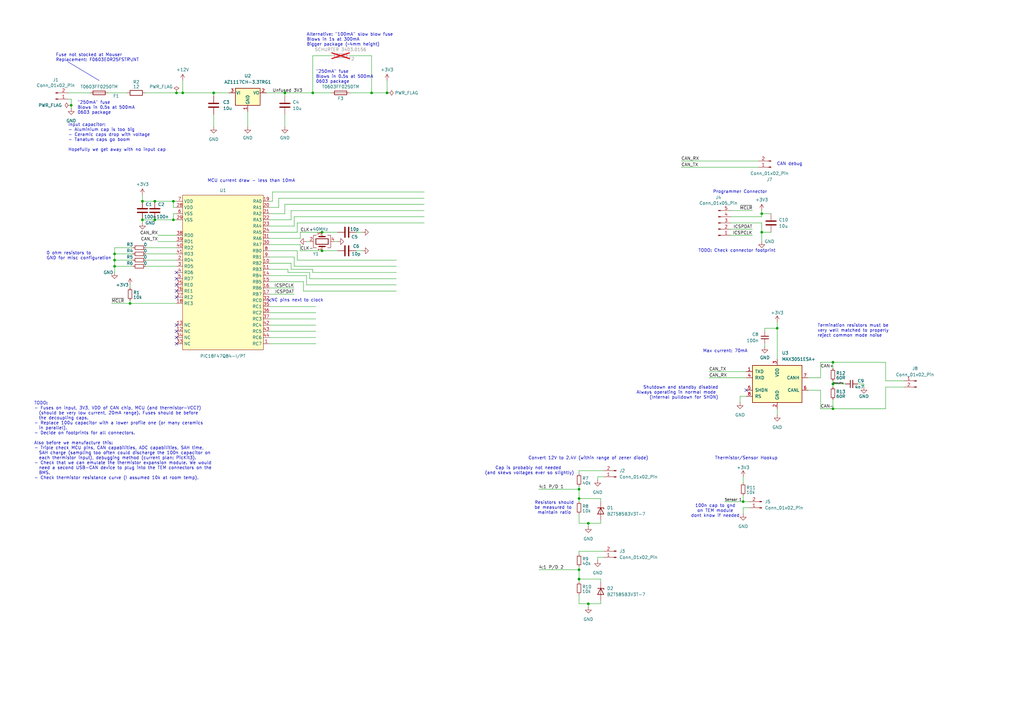
<source format=kicad_sch>
(kicad_sch (version 20231120) (generator "eeschema") (generator_version "8.0")
  (paper "A3")
  (title_block (title "Debug Board") (company "SUFST") (comment 1 "Stag 11") (comment 2 "Ethan Turnbull"))
  (lib_symbols
    (symbol "Connector:Conn_01x02_Pin" (pin_names (offset 1.016) hide)
      (property "Reference" "J" (at 0 2.54 0))
      (property "Value" "Conn_01x02_Pin" (at 0 -5.08 0))
      (symbol "Conn_01x02_Pin_1_1"
        (polyline (pts (xy 1.27 -2.54) (xy 0.8636 -2.54)) (stroke (width 0.1524)))
        (polyline (pts (xy 1.27 0) (xy 0.8636 0)) (stroke (width 0.1524)))
        (rectangle (start 0.8636 -2.413) (end 0 -2.667) (stroke (width 0.1524)) (fill (type outline)))
        (rectangle (start 0.8636 0.127) (end 0 -0.127) (stroke (width 0.1524)) (fill (type outline)))
        (pin passive line (at 5.08 0 180) (length 3.81) (name "Pin_1") (number "1"))
        (pin passive line (at 5.08 -2.54 180) (length 3.81) (name "Pin_2") (number "2"))
      )
    )
    (symbol "Connector:Conn_01x05_Pin" (pin_names (offset 1.016) hide)
      (property "Reference" "J" (at 0 7.62 0))
      (property "Value" "Conn_01x05_Pin" (at 0 -7.62 0))
      (symbol "Conn_01x05_Pin_1_1"
        (polyline (pts (xy 1.27 -5.08) (xy 0.8636 -5.08)) (stroke (width 0.1524)))
        (polyline (pts (xy 1.27 -2.54) (xy 0.8636 -2.54)) (stroke (width 0.1524)))
        (polyline (pts (xy 1.27 0) (xy 0.8636 0)) (stroke (width 0.1524)))
        (polyline (pts (xy 1.27 2.54) (xy 0.8636 2.54)) (stroke (width 0.1524)))
        (polyline (pts (xy 1.27 5.08) (xy 0.8636 5.08)) (stroke (width 0.1524)))
        (rectangle (start 0.8636 -4.953) (end 0 -5.207) (stroke (width 0.1524)) (fill (type outline)))
        (rectangle (start 0.8636 -2.413) (end 0 -2.667) (stroke (width 0.1524)) (fill (type outline)))
        (rectangle (start 0.8636 0.127) (end 0 -0.127) (stroke (width 0.1524)) (fill (type outline)))
        (rectangle (start 0.8636 2.667) (end 0 2.413) (stroke (width 0.1524)) (fill (type outline)))
        (rectangle (start 0.8636 5.207) (end 0 4.953) (stroke (width 0.1524)) (fill (type outline)))
        (pin passive line (at 5.08 5.08 180) (length 3.81) (name "Pin_1") (number "1"))
        (pin passive line (at 5.08 2.54 180) (length 3.81) (name "Pin_2") (number "2"))
        (pin passive line (at 5.08 0 180) (length 3.81) (name "Pin_3") (number "3"))
        (pin passive line (at 5.08 -2.54 180) (length 3.81) (name "Pin_4") (number "4"))
        (pin passive line (at 5.08 -5.08 180) (length 3.81) (name "Pin_5") (number "5"))
      )
    )
    (symbol "Device:C" (pin_numbers hide) (pin_names (offset 0.254))
      (property "Reference" "C" (at 0.635 2.54 0))
      (property "Value" "C" (at 0.635 -2.54 0))
      (symbol "C_0_1"
        (polyline (pts (xy -2.032 -0.762) (xy 2.032 -0.762)) (stroke (width 0.508)))
        (polyline (pts (xy -2.032 0.762) (xy 2.032 0.762)) (stroke (width 0.508)))
      )
      (symbol "C_1_1"
        (pin passive line (at 0 3.81 270) (length 2.794) (name "~") (number "1"))
        (pin passive line (at 0 -3.81 90) (length 2.794) (name "~") (number "2"))
      )
    )
    (symbol "Device:C_Small" (pin_numbers hide) (pin_names (offset 0.254) hide)
      (property "Reference" "C" (at 0.254 1.778 0))
      (property "Value" "C_Small" (at 0.254 -2.032 0))
      (symbol "C_Small_0_1"
        (polyline (pts (xy -1.524 -0.508) (xy 1.524 -0.508)) (stroke (width 0.3302)))
        (polyline (pts (xy -1.524 0.508) (xy 1.524 0.508)) (stroke (width 0.3048)))
      )
      (symbol "C_Small_1_1"
        (pin passive line (at 0 2.54 270) (length 2.032) (name "~") (number "1"))
        (pin passive line (at 0 -2.54 90) (length 2.032) (name "~") (number "2"))
      )
    )
    (symbol "Device:Crystal_GND24" (pin_names (offset 1.016) hide)
      (property "Reference" "Y" (at 3.175 5.08 0))
      (property "Value" "Crystal_GND24" (at 3.175 3.175 0))
      (symbol "Crystal_GND24_0_1"
        (rectangle (start -1.143 2.54) (end 1.143 -2.54) (stroke (width 0.3048)))
        (polyline (pts (xy -2.54 0) (xy -2.032 0)))
        (polyline (pts (xy -2.032 -1.27) (xy -2.032 1.27)) (stroke (width 0.508)))
        (polyline (pts (xy 0 -3.81) (xy 0 -3.556)))
        (polyline (pts (xy 0 3.556) (xy 0 3.81)))
        (polyline (pts (xy 2.032 -1.27) (xy 2.032 1.27)) (stroke (width 0.508)))
        (polyline (pts (xy 2.032 0) (xy 2.54 0)))
        (polyline (pts (xy -2.54 -2.286) (xy -2.54 -3.556) (xy 2.54 -3.556) (xy 2.54 -2.286)))
        (polyline (pts (xy -2.54 2.286) (xy -2.54 3.556) (xy 2.54 3.556) (xy 2.54 2.286)))
      )
      (symbol "Crystal_GND24_1_1"
        (pin passive line (at -3.81 0 0) (length 1.27) (name "1") (number "1"))
        (pin passive line (at 0 5.08 270) (length 1.27) (name "2") (number "2"))
        (pin passive line (at 3.81 0 180) (length 1.27) (name "3") (number "3"))
        (pin passive line (at 0 -5.08 90) (length 1.27) (name "4") (number "4"))
      )
    )
    (symbol "Device:D_Zener" (pin_numbers hide) (pin_names (offset 1.016) hide)
      (property "Reference" "D" (at 0 2.54 0))
      (property "Value" "D_Zener" (at 0 -2.54 0))
      (symbol "D_Zener_0_1"
        (polyline (pts (xy 1.27 0) (xy -1.27 0)))
        (polyline (pts (xy -1.27 -1.27) (xy -1.27 1.27) (xy -0.762 1.27)) (stroke (width 0.254)))
        (polyline (pts (xy 1.27 -1.27) (xy 1.27 1.27) (xy -1.27 0) (xy 1.27 -1.27)) (stroke (width 0.254)))
      )
      (symbol "D_Zener_1_1"
        (pin passive line (at -3.81 0 0) (length 2.54) (name "K") (number "1"))
        (pin passive line (at 3.81 0 180) (length 2.54) (name "A") (number "2"))
      )
    )
    (symbol "Device:Fuse" (pin_numbers hide) (pin_names (offset 0))
      (property "Reference" "F" (at 2.032 0 90))
      (property "Value" "Fuse" (at -1.905 0 90))
      (symbol "Fuse_0_1"
        (rectangle (start -0.762 -2.54) (end 0.762 2.54) (stroke (width 0.254)))
        (polyline (pts (xy 0 2.54) (xy 0 -2.54)))
      )
      (symbol "Fuse_1_1"
        (pin passive line (at 0 3.81 270) (length 1.27) (name "~") (number "1"))
        (pin passive line (at 0 -3.81 90) (length 1.27) (name "~") (number "2"))
      )
    )
    (symbol "Device:R" (pin_numbers hide) (pin_names (offset 0))
      (property "Reference" "R" (at 2.032 0 90))
      (property "Value" "R" (at 0 0 90))
      (symbol "R_0_1"
        (rectangle (start -1.016 -2.54) (end 1.016 2.54) (stroke (width 0.254)))
      )
      (symbol "R_1_1"
        (pin passive line (at 0 3.81 270) (length 1.27) (name "~") (number "1"))
        (pin passive line (at 0 -3.81 90) (length 1.27) (name "~") (number "2"))
      )
    )
    (symbol "Device:R_Small" (pin_numbers hide) (pin_names (offset 0.254) hide)
      (property "Reference" "R" (at 0.762 0.508 0))
      (property "Value" "R_Small" (at 0.762 -1.016 0))
      (symbol "R_Small_0_1"
        (rectangle (start -0.762 1.778) (end 0.762 -1.778) (stroke (width 0.2032)))
      )
      (symbol "R_Small_1_1"
        (pin passive line (at 0 2.54 270) (length 0.762) (name "~") (number "1"))
        (pin passive line (at 0 -2.54 90) (length 0.762) (name "~") (number "2"))
      )
    )
    (symbol "GND_1" (power) (pin_numbers hide) (pin_names (offset 0) hide)
      (property "Value" "GND" (at 0 -3.81 0))
      (symbol "GND_1_0_1"
        (polyline (pts (xy 0 0) (xy 0 -1.27) (xy 1.27 -1.27) (xy 0 -2.54) (xy -1.27 -1.27) (xy 0 -1.27)))
      )
      (symbol "GND_1_1_1"
        (pin power_in line (at 0 0 270) (length 0) (name "~") (number "1"))
      )
    )
    (symbol "GND_2" (power) (pin_numbers hide) (pin_names (offset 0) hide)
      (property "Value" "GND" (at 0 -3.81 0))
      (symbol "GND_2_0_1"
        (polyline (pts (xy 0 0) (xy 0 -1.27) (xy 1.27 -1.27) (xy 0 -2.54) (xy -1.27 -1.27) (xy 0 -1.27)))
      )
      (symbol "GND_2_1_1"
        (pin power_in line (at 0 0 270) (length 0) (name "~") (number "1"))
      )
    )
    (symbol "GND_3" (power) (pin_numbers hide) (pin_names (offset 0) hide)
      (property "Value" "GND" (at 0 -3.81 0))
      (symbol "GND_3_0_1"
        (polyline (pts (xy 0 0) (xy 0 -1.27) (xy 1.27 -1.27) (xy 0 -2.54) (xy -1.27 -1.27) (xy 0 -1.27)))
      )
      (symbol "GND_3_1_1"
        (pin power_in line (at 0 0 270) (length 0) (name "~") (number "1"))
      )
    )
    (symbol "Interface_UART:MAX3051" (pin_names (offset 1.016))
      (property "Reference" "U" (at -10.16 8.89 0))
      (property "Value" "MAX3051" (at 2.54 8.89 0))
      (symbol "MAX3051_0_1"
        (rectangle (start -10.16 7.62) (end 10.16 -7.62) (stroke (width 0.254)) (fill (type background)))
      )
      (symbol "MAX3051_1_1"
        (pin input line (at -12.7 5.08 0) (length 2.54) (name "TXD") (number "1"))
        (pin power_in line (at 0 -10.16 90) (length 2.54) (name "GND") (number "2"))
        (pin power_in line (at 0 10.16 270) (length 2.54) (name "VDD") (number "3"))
        (pin output line (at -12.7 2.54 0) (length 2.54) (name "RXD") (number "4"))
        (pin input line (at -12.7 -2.54 0) (length 2.54) (name "SHDN") (number "5"))
        (pin bidirectional line (at 12.7 -2.54 180) (length 2.54) (name "CANL") (number "6"))
        (pin bidirectional line (at 12.7 2.54 180) (length 2.54) (name "CANH") (number "7"))
        (pin input line (at -12.7 -5.08 0) (length 2.54) (name "RS") (number "8"))
      )
    )
    (symbol "Regulator_Linear:AZ1117-3.3" (pin_names (offset 0.254))
      (property "Reference" "U" (at -3.81 3.175 0))
      (property "Value" "AZ1117-3.3" (at 0 3.175 0))
      (symbol "AZ1117-3.3_0_1"
        (rectangle (start -5.08 1.905) (end 5.08 -5.08) (stroke (width 0.254)) (fill (type background)))
      )
      (symbol "AZ1117-3.3_1_1"
        (pin power_in line (at 0 -7.62 90) (length 2.54) (name "GND") (number "1"))
        (pin power_out line (at 7.62 0 180) (length 2.54) (name "VO") (number "2"))
        (pin power_in line (at -7.62 0 0) (length 2.54) (name "VI") (number "3"))
      )
    )
    (symbol "SUFST:PIC18F47Q84-I/PT"
      (property "Reference" "U" (at -19.05 26.67 0))
      (symbol "PIC18F47Q84-I/PT_0_0"
        (pin bidirectional line (at -19.05 -29.21 0) (length 2.54) (name "RC7") (number "1"))
        (pin bidirectional line (at -19.05 3.81 0) (length 2.54) (name "RB2") (number "10"))
        (pin bidirectional line (at -19.05 1.27 0) (length 2.54) (name "RB3") (number "11"))
        (pin passive line (at 19.05 -24.13 180) (length 2.54) (name "NC") (number "12"))
        (pin passive line (at 19.05 -21.59 180) (length 2.54) (name "NC") (number "13"))
        (pin bidirectional line (at -19.05 -1.27 0) (length 2.54) (name "RB4") (number "14"))
        (pin bidirectional line (at -19.05 -3.81 0) (length 2.54) (name "RB5") (number "15"))
        (pin bidirectional line (at -19.05 -6.35 0) (length 2.54) (name "RB6") (number "16"))
        (pin bidirectional line (at -19.05 -8.89 0) (length 2.54) (name "RB7") (number "17"))
        (pin bidirectional line (at 19.05 -12.7 180) (length 2.54) (name "RE3") (number "18"))
        (pin bidirectional line (at -19.05 29.21 0) (length 2.54) (name "RA0") (number "19"))
        (pin bidirectional line (at 19.05 5.08 180) (length 2.54) (name "RD4") (number "2"))
        (pin bidirectional line (at -19.05 26.67 0) (length 2.54) (name "RA1") (number "20"))
        (pin bidirectional line (at -19.05 24.13 0) (length 2.54) (name "RA2") (number "21"))
        (pin bidirectional line (at -19.05 21.59 0) (length 2.54) (name "RA3") (number "22"))
        (pin bidirectional line (at -19.05 19.05 0) (length 2.54) (name "RA4") (number "23"))
        (pin bidirectional line (at -19.05 16.51 0) (length 2.54) (name "RA5") (number "24"))
        (pin bidirectional line (at 19.05 -5.08 180) (length 2.54) (name "RE0") (number "25"))
        (pin bidirectional line (at 19.05 -7.62 180) (length 2.54) (name "RE1") (number "26"))
        (pin bidirectional line (at 19.05 -10.16 180) (length 2.54) (name "RE2") (number "27"))
        (pin power_in line (at 19.05 26.67 180) (length 2.54) (name "VDD") (number "28"))
        (pin power_in line (at 19.05 21.59 180) (length 2.54) (name "VSS") (number "29"))
        (pin bidirectional line (at 19.05 2.54 180) (length 2.54) (name "RD5") (number "3"))
        (pin bidirectional line (at -19.05 11.43 0) (length 2.54) (name "RA7") (number "30"))
        (pin bidirectional line (at -19.05 13.97 0) (length 2.54) (name "RA6") (number "31"))
        (pin bidirectional line (at -19.05 -11.43 0) (length 2.54) (name "RC0") (number "32"))
        (pin passive line (at 19.05 -29.21 180) (length 2.54) (name "NC") (number "33"))
        (pin passive line (at 19.05 -26.67 180) (length 2.54) (name "NC") (number "34"))
        (pin bidirectional line (at -19.05 -13.97 0) (length 2.54) (name "RC1") (number "35"))
        (pin bidirectional line (at -19.05 -16.51 0) (length 2.54) (name "RC2") (number "36"))
        (pin bidirectional line (at -19.05 -19.05 0) (length 2.54) (name "RC3") (number "37"))
        (pin bidirectional line (at 19.05 15.24 180) (length 2.54) (name "RD0") (number "38"))
        (pin bidirectional line (at 19.05 12.7 180) (length 2.54) (name "RD1") (number "39"))
        (pin bidirectional line (at 19.05 0 180) (length 2.54) (name "RD6") (number "4"))
        (pin bidirectional line (at 19.05 10.16 180) (length 2.54) (name "RD2") (number "40"))
        (pin bidirectional line (at 19.05 7.62 180) (length 2.54) (name "RD3") (number "41"))
        (pin bidirectional line (at -19.05 -21.59 0) (length 2.54) (name "RC4") (number "42"))
        (pin bidirectional line (at -19.05 -24.13 0) (length 2.54) (name "RC5") (number "43"))
        (pin bidirectional line (at -19.05 -26.67 0) (length 2.54) (name "RC6") (number "44"))
        (pin bidirectional line (at 19.05 -2.54 180) (length 2.54) (name "RD7") (number "5"))
        (pin power_in line (at 19.05 24.13 180) (length 2.54) (name "VSS") (number "6"))
        (pin power_in line (at 19.05 29.21 180) (length 2.54) (name "VDD") (number "7"))
        (pin bidirectional line (at -19.05 8.89 0) (length 2.54) (name "RB0") (number "8"))
        (pin bidirectional line (at -19.05 6.35 0) (length 2.54) (name "RB1") (number "9"))
      )
      (symbol "PIC18F47Q84-I/PT_1_1"
        (rectangle (start -16.51 31.75) (end 16.51 -31.75) (fill (type background)))
      )
    )
    (symbol "power:+12V" (power) (pin_names (offset 0))
      (property "Value" "+12V" (at 0 3.556 0))
      (symbol "+12V_0_1"
        (polyline (pts (xy -0.762 1.27) (xy 0 2.54)))
        (polyline (pts (xy 0 0) (xy 0 2.54)))
        (polyline (pts (xy 0 2.54) (xy 0.762 1.27)))
      )
      (symbol "+12V_1_1"
        (pin power_in line (at 0 0 90) (length 0) hide (name "+12V") (number "1"))
      )
    )
    (symbol "power:+3V3" (power) (pin_names (offset 0))
      (property "Value" "+3V3" (at 0 3.556 0))
      (symbol "+3V3_0_1"
        (polyline (pts (xy -0.762 1.27) (xy 0 2.54)))
        (polyline (pts (xy 0 0) (xy 0 2.54)))
        (polyline (pts (xy 0 2.54) (xy 0.762 1.27)))
      )
      (symbol "+3V3_1_1"
        (pin power_in line (at 0 0 90) (length 0) hide (name "+3V3") (number "1"))
      )
    )
    (symbol "power:GND" (power) (pin_names (offset 0))
      (property "Value" "GND" (at 0 -3.81 0))
      (symbol "GND_0_1"
        (polyline (pts (xy 0 0) (xy 0 -1.27) (xy 1.27 -1.27) (xy 0 -2.54) (xy -1.27 -1.27) (xy 0 -1.27)))
      )
      (symbol "GND_1_1"
        (pin power_in line (at 0 0 270) (length 0) hide (name "GND") (number "1"))
      )
    )
    (symbol "power:PWR_FLAG" (power) (pin_numbers hide) (pin_names (offset 0) hide)
      (property "Value" "PWR_FLAG" (at 0 3.81 0))
      (symbol "PWR_FLAG_0_0"
        (pin power_out line (at 0 0 90) (length 0) (name "pwr") (number "1"))
      )
      (symbol "PWR_FLAG_0_1"
        (polyline (pts (xy 0 0) (xy 0 1.27) (xy -1.016 1.905) (xy 0 2.54) (xy 1.016 1.905) (xy 0 1.27)))
      )
    )
  )
  (junction (at 341.63 148.59))
  (junction (at 304.8 205.74))
  (junction (at 116.84 38.1))
  (junction (at 237.49 200.66))
  (junction (at 312.42 87.63))
  (junction (at 237.49 237.49))
  (junction (at 158.75 38.1))
  (junction (at 318.77 134.62))
  (junction (at 53.34 124.46))
  (junction (at 132.08 102.87))
  (junction (at 58.42 90.17))
  (junction (at 63.5 82.55))
  (junction (at 241.3 214.63))
  (junction (at 237.49 204.47))
  (junction (at 46.99 109.22))
  (junction (at 241.3 247.65))
  (junction (at 341.63 167.64))
  (junction (at 237.49 233.68))
  (junction (at 71.12 90.17))
  (junction (at 71.12 82.55))
  (junction (at 46.99 106.68))
  (junction (at 72.39 38.1))
  (junction (at 152.4 38.1))
  (junction (at 74.93 38.1))
  (junction (at 312.42 95.25))
  (junction (at 46.99 104.14))
  (junction (at 341.63 157.48))
  (junction (at 132.08 95.25))
  (junction (at 128.27 38.1))
  (junction (at 58.42 82.55))
  (junction (at 63.5 90.17))
  (junction (at 87.63 38.1))
  (junction (at 29.21 43.18))
  (no_connect (at 306.07 160.02))
  (no_connect (at 72.39 119.38))
  (no_connect (at 72.39 135.89))
  (no_connect (at 72.39 121.92))
  (no_connect (at 72.39 116.84))
  (no_connect (at 72.39 114.3))
  (no_connect (at 72.39 111.76))
  (no_connect (at 72.39 138.43))
  (no_connect (at 72.39 140.97))
  (no_connect (at 110.49 123.19))
  (no_connect (at 72.39 133.35))
  (wire (pts (xy 116.84 83.82) (xy 173.99 83.82)))
  (wire (pts (xy 313.69 134.62) (xy 318.77 134.62)))
  (wire (pts (xy 110.49 102.87) (xy 121.92 102.87)))
  (wire (pts (xy 110.49 128.27) (xy 129.54 128.27)))
  (wire (pts (xy 71.12 87.63) (xy 71.12 90.17)))
  (wire (pts (xy 241.3 214.63) (xy 241.3 215.9)))
  (wire (pts (xy 237.49 226.06) (xy 247.65 226.06)))
  (wire (pts (xy 119.38 110.49) (xy 128.27 110.49)))
  (wire (pts (xy 29.21 44.45) (xy 29.21 43.18)))
  (wire (pts (xy 53.34 123.19) (xy 53.34 124.46)))
  (wire (pts (xy 124.46 119.38) (xy 124.46 115.57)))
  (wire (pts (xy 237.49 204.47) (xy 246.38 204.47)))
  (wire (pts (xy 303.53 162.56) (xy 306.07 162.56)))
  (wire (pts (xy 123.19 95.25) (xy 132.08 95.25)))
  (wire (pts (xy 220.98 200.66) (xy 237.49 200.66)))
  (wire (pts (xy 237.49 214.63) (xy 237.49 210.82)))
  (wire (pts (xy 59.69 101.6) (xy 72.39 101.6)))
  (wire (pts (xy 312.42 86.36) (xy 312.42 87.63)))
  (wire (pts (xy 59.69 38.1) (xy 72.39 38.1)))
  (wire (pts (xy 54.61 101.6) (xy 46.99 101.6)))
  (wire (pts (xy 59.69 106.68) (xy 72.39 106.68)))
  (wire (pts (xy 71.12 85.09) (xy 71.12 82.55)))
  (wire (pts (xy 72.39 85.09) (xy 71.12 85.09)))
  (wire (pts (xy 127 111.76) (xy 127 114.3)))
  (wire (pts (xy 119.38 107.95) (xy 110.49 107.95)))
  (wire (pts (xy 54.61 109.22) (xy 46.99 109.22)))
  (wire (pts (xy 110.49 92.71) (xy 120.65 92.71)))
  (wire (pts (xy 121.92 106.68) (xy 162.56 106.68)))
  (wire (pts (xy 336.55 148.59) (xy 336.55 154.94)))
  (wire (pts (xy 46.99 109.22) (xy 46.99 111.76)))
  (wire (pts (xy 114.3 81.28) (xy 114.3 85.09)))
  (wire (pts (xy 137.16 99.06) (xy 138.43 99.06)))
  (wire (pts (xy 148.59 95.25) (xy 146.05 95.25)))
  (wire (pts (xy 307.34 208.28) (xy 304.8 208.28)))
  (wire (pts (xy 312.42 95.25) (xy 316.23 95.25)))
  (wire (pts (xy 132.08 102.87) (xy 138.43 102.87)))
  (wire (pts (xy 237.49 204.47) (xy 237.49 205.74)))
  (wire (pts (xy 72.39 38.1) (xy 74.93 38.1)))
  (wire (pts (xy 27.94 38.1) (xy 36.83 38.1)))
  (wire (pts (xy 237.49 193.04) (xy 247.65 193.04)))
  (wire (pts (xy 121.92 102.87) (xy 121.92 106.68)))
  (wire (pts (xy 63.5 90.17) (xy 71.12 90.17)))
  (wire (pts (xy 71.12 90.17) (xy 72.39 90.17)))
  (wire (pts (xy 341.63 167.64) (xy 363.22 167.64)))
  (wire (pts (xy 110.49 125.73) (xy 129.54 125.73)))
  (wire (pts (xy 341.63 156.21) (xy 341.63 157.48)))
  (wire (pts (xy 297.18 205.74) (xy 304.8 205.74)))
  (wire (pts (xy 110.49 97.79) (xy 123.19 97.79)))
  (polyline (pts (xy 40.64 33.02) (xy 27.94 25.4)))
  (wire (pts (xy 87.63 38.1) (xy 93.98 38.1)))
  (wire (pts (xy 299.72 93.98) (xy 308.61 93.98)))
  (wire (pts (xy 363.22 167.64) (xy 363.22 158.75)))
  (wire (pts (xy 241.3 247.65) (xy 241.3 248.92)))
  (wire (pts (xy 116.84 87.63) (xy 110.49 87.63)))
  (wire (pts (xy 124.46 119.38) (xy 162.56 119.38)))
  (wire (pts (xy 114.3 81.28) (xy 173.99 81.28)))
  (wire (pts (xy 58.42 90.17) (xy 63.5 90.17)))
  (wire (pts (xy 341.63 151.13) (xy 341.63 148.59)))
  (wire (pts (xy 111.76 78.74) (xy 173.99 78.74)))
  (wire (pts (xy 237.49 193.04) (xy 237.49 194.31)))
  (wire (pts (xy 312.42 87.63) (xy 316.23 87.63)))
  (wire (pts (xy 29.21 43.18) (xy 29.21 40.64)))
  (wire (pts (xy 143.51 38.1) (xy 152.4 38.1)))
  (wire (pts (xy 120.65 118.11) (xy 110.49 118.11)))
  (wire (pts (xy 120.65 92.71) (xy 120.65 88.9)))
  (wire (pts (xy 336.55 167.64) (xy 341.63 167.64)))
  (wire (pts (xy 312.42 95.25) (xy 312.42 99.06)))
  (wire (pts (xy 64.77 96.52) (xy 72.39 96.52)))
  (wire (pts (xy 110.49 100.33) (xy 123.19 100.33)))
  (wire (pts (xy 125.73 113.03) (xy 110.49 113.03)))
  (wire (pts (xy 87.63 38.1) (xy 87.63 39.37)))
  (wire (pts (xy 114.3 85.09) (xy 110.49 85.09)))
  (wire (pts (xy 299.72 88.9) (xy 312.42 88.9)))
  (wire (pts (xy 59.69 104.14) (xy 72.39 104.14)))
  (wire (pts (xy 110.49 130.81) (xy 129.54 130.81)))
  (wire (pts (xy 313.69 135.89) (xy 313.69 134.62)))
  (wire (pts (xy 110.49 135.89) (xy 129.54 135.89)))
  (wire (pts (xy 128.27 22.86) (xy 135.89 22.86)))
  (wire (pts (xy 304.8 203.2) (xy 304.8 205.74)))
  (wire (pts (xy 128.27 38.1) (xy 128.27 22.86)))
  (wire (pts (xy 46.99 104.14) (xy 54.61 104.14)))
  (wire (pts (xy 119.38 110.49) (xy 119.38 107.95)))
  (wire (pts (xy 74.93 38.1) (xy 87.63 38.1)))
  (wire (pts (xy 116.84 38.1) (xy 116.84 39.37)))
  (wire (pts (xy 120.65 105.41) (xy 110.49 105.41)))
  (wire (pts (xy 304.8 195.58) (xy 304.8 198.12)))
  (wire (pts (xy 71.12 82.55) (xy 72.39 82.55)))
  (wire (pts (xy 331.47 160.02) (xy 336.55 160.02)))
  (wire (pts (xy 162.56 109.22) (xy 120.65 109.22)))
  (wire (pts (xy 299.72 86.36) (xy 308.61 86.36)))
  (wire (pts (xy 58.42 80.01) (xy 58.42 82.55)))
  (wire (pts (xy 299.72 96.52) (xy 308.61 96.52)))
  (wire (pts (xy 46.99 106.68) (xy 54.61 106.68)))
  (wire (pts (xy 241.3 247.65) (xy 246.38 247.65)))
  (wire (pts (xy 313.69 140.97) (xy 313.69 142.24)))
  (wire (pts (xy 58.42 82.55) (xy 63.5 82.55)))
  (wire (pts (xy 110.49 138.43) (xy 129.54 138.43)))
  (wire (pts (xy 241.3 214.63) (xy 246.38 214.63)))
  (wire (pts (xy 128.27 111.76) (xy 162.56 111.76)))
  (wire (pts (xy 143.51 22.86) (xy 152.4 22.86)))
  (wire (pts (xy 363.22 148.59) (xy 363.22 156.21)))
  (wire (pts (xy 304.8 208.28) (xy 304.8 210.82)))
  (wire (pts (xy 354.33 157.48) (xy 354.33 158.75)))
  (wire (pts (xy 341.63 148.59) (xy 363.22 148.59)))
  (wire (pts (xy 363.22 156.21) (xy 370.84 156.21)))
  (wire (pts (xy 237.49 232.41) (xy 237.49 233.68)))
  (wire (pts (xy 237.49 247.65) (xy 241.3 247.65)))
  (wire (pts (xy 220.98 233.68) (xy 237.49 233.68)))
  (wire (pts (xy 152.4 38.1) (xy 158.75 38.1)))
  (wire (pts (xy 246.38 247.65) (xy 246.38 246.38)))
  (wire (pts (xy 124.46 115.57) (xy 110.49 115.57)))
  (wire (pts (xy 245.11 229.87) (xy 245.11 228.6)))
  (wire (pts (xy 63.5 82.55) (xy 71.12 82.55)))
  (wire (pts (xy 123.19 95.25) (xy 123.19 97.79)))
  (wire (pts (xy 318.77 167.64) (xy 318.77 170.18)))
  (wire (pts (xy 341.63 157.48) (xy 341.63 158.75)))
  (wire (pts (xy 237.49 199.39) (xy 237.49 200.66)))
  (wire (pts (xy 111.76 82.55) (xy 110.49 82.55)))
  (wire (pts (xy 245.11 228.6) (xy 247.65 228.6)))
  (wire (pts (xy 351.79 157.48) (xy 354.33 157.48)))
  (wire (pts (xy 44.45 38.1) (xy 52.07 38.1)))
  (wire (pts (xy 72.39 87.63) (xy 71.12 87.63)))
  (wire (pts (xy 336.55 160.02) (xy 336.55 167.64)))
  (wire (pts (xy 128.27 38.1) (xy 135.89 38.1)))
  (wire (pts (xy 312.42 91.44) (xy 312.42 95.25)))
  (wire (pts (xy 128.27 110.49) (xy 128.27 111.76)))
  (wire (pts (xy 363.22 158.75) (xy 370.84 158.75)))
  (wire (pts (xy 148.59 102.87) (xy 146.05 102.87)))
  (wire (pts (xy 279.4 66.04) (xy 311.15 66.04)))
  (wire (pts (xy 341.63 157.48) (xy 346.71 157.48)))
  (wire (pts (xy 290.83 152.4) (xy 306.07 152.4)))
  (wire (pts (xy 312.42 87.63) (xy 312.42 88.9)))
  (wire (pts (xy 123.19 102.87) (xy 132.08 102.87)))
  (wire (pts (xy 118.11 111.76) (xy 127 111.76)))
  (wire (pts (xy 120.65 88.9) (xy 173.99 88.9)))
  (wire (pts (xy 53.34 116.84) (xy 53.34 118.11)))
  (wire (pts (xy 121.92 95.25) (xy 121.92 91.44)))
  (wire (pts (xy 111.76 78.74) (xy 111.76 82.55)))
  (wire (pts (xy 101.6 45.72) (xy 101.6 52.07)))
  (wire (pts (xy 116.84 83.82) (xy 116.84 87.63)))
  (wire (pts (xy 299.72 91.44) (xy 312.42 91.44)))
  (wire (pts (xy 110.49 90.17) (xy 119.38 90.17)))
  (wire (pts (xy 341.63 163.83) (xy 341.63 167.64)))
  (wire (pts (xy 125.73 116.84) (xy 125.73 113.03)))
  (wire (pts (xy 237.49 237.49) (xy 237.49 238.76)))
  (wire (pts (xy 120.65 109.22) (xy 120.65 105.41)))
  (wire (pts (xy 110.49 133.35) (xy 129.54 133.35)))
  (wire (pts (xy 158.75 33.02) (xy 158.75 38.1)))
  (wire (pts (xy 45.72 124.46) (xy 53.34 124.46)))
  (wire (pts (xy 87.63 46.99) (xy 87.63 52.07)))
  (wire (pts (xy 290.83 154.94) (xy 306.07 154.94)))
  (wire (pts (xy 127 114.3) (xy 162.56 114.3)))
  (wire (pts (xy 110.49 110.49) (xy 118.11 110.49)))
  (wire (pts (xy 246.38 214.63) (xy 246.38 213.36)))
  (wire (pts (xy 303.53 165.1) (xy 303.53 162.56)))
  (wire (pts (xy 53.34 124.46) (xy 72.39 124.46)))
  (wire (pts (xy 110.49 95.25) (xy 121.92 95.25)))
  (wire (pts (xy 245.11 195.58) (xy 247.65 195.58)))
  (wire (pts (xy 116.84 38.1) (xy 128.27 38.1)))
  (wire (pts (xy 246.38 204.47) (xy 246.38 205.74)))
  (wire (pts (xy 237.49 226.06) (xy 237.49 227.33)))
  (wire (pts (xy 237.49 233.68) (xy 237.49 237.49)))
  (wire (pts (xy 74.93 33.02) (xy 74.93 38.1)))
  (wire (pts (xy 331.47 154.94) (xy 336.55 154.94)))
  (wire (pts (xy 237.49 214.63) (xy 241.3 214.63)))
  (wire (pts (xy 116.84 46.99) (xy 116.84 52.07)))
  (wire (pts (xy 237.49 200.66) (xy 237.49 204.47)))
  (wire (pts (xy 119.38 90.17) (xy 119.38 86.36)))
  (wire (pts (xy 46.99 101.6) (xy 46.99 104.14)))
  (wire (pts (xy 125.73 99.06) (xy 127 99.06)))
  (wire (pts (xy 304.8 205.74) (xy 307.34 205.74)))
  (wire (pts (xy 110.49 140.97) (xy 129.54 140.97)))
  (wire (pts (xy 64.77 99.06) (xy 72.39 99.06)))
  (wire (pts (xy 121.92 91.44) (xy 173.99 91.44)))
  (wire (pts (xy 245.11 196.85) (xy 245.11 195.58)))
  (wire (pts (xy 119.38 86.36) (xy 173.99 86.36)))
  (wire (pts (xy 336.55 148.59) (xy 341.63 148.59)))
  (wire (pts (xy 118.11 111.76) (xy 118.11 110.49)))
  (wire (pts (xy 46.99 106.68) (xy 46.99 109.22)))
  (wire (pts (xy 46.99 104.14) (xy 46.99 106.68)))
  (wire (pts (xy 27.94 40.64) (xy 29.21 40.64)))
  (wire (pts (xy 110.49 120.65) (xy 120.65 120.65)))
  (wire (pts (xy 237.49 237.49) (xy 246.38 237.49)))
  (wire (pts (xy 58.42 90.17) (xy 58.42 91.44)))
  (wire (pts (xy 109.22 38.1) (xy 116.84 38.1)))
  (wire (pts (xy 237.49 247.65) (xy 237.49 243.84)))
  (wire (pts (xy 152.4 22.86) (xy 152.4 38.1)))
  (wire (pts (xy 318.77 134.62) (xy 318.77 147.32)))
  (wire (pts (xy 125.73 116.84) (xy 162.56 116.84)))
  (wire (pts (xy 59.69 109.22) (xy 72.39 109.22)))
  (wire (pts (xy 123.19 100.33) (xy 123.19 102.87)))
  (wire (pts (xy 246.38 237.49) (xy 246.38 238.76)))
  (wire (pts (xy 279.4 68.58) (xy 311.15 68.58)))
  (wire (pts (xy 318.77 132.08) (xy 318.77 134.62)))
  (wire (pts (xy 132.08 95.25) (xy 138.43 95.25)))
  (text "MCU current draw - less than 10mA" (at 85.09 74.93 0) (effects (font (size 1.27 1.27)) (justify left bottom)))
  (text "Thermistor/Sensor Hookup" (at 306.07 187.96 0) (effects (font (size 1.27 1.27))))
  (text "Max current: 70mA" (at 288.29 144.78 0) (effects (font (size 1.27 1.27)) (justify left bottom)))
  (text "Alternative: \"100mA\" slow blow fuse\nBlows in 1s at 300mA\nBigger package (~4mm height)" (at 125.73 19.05 0) (effects (font (size 1.27 1.27)) (justify left bottom)))
  (text "Cap is probably not needed \n(and skews voltages ever so slightly)" (at 217.17 193.04 0) (effects (font (size 1.27 1.27))))
  (text "Shutdown and standby disabled\nAlways operating in normal mode \n(Internal pulldown for SHDN)" (at 294.64 163.83 0) (effects (font (size 1.27 1.27)) (justify right bottom)))
  (text "\"250mA\" fuse\nBlows in 0.5s at 500mA\n0603 package" (at 129.54 34.29 0) (effects (font (size 1.27 1.27)) (justify left bottom)))
  (text "Input capacitor:\n- Aluminium cap is too big\n- Ceramic caps drop with voltage\n- Tanatum caps go boom\n\nHopefully we get away with no input cap" (at 27.94 62.23 0) (effects (font (size 1.27 1.27)) (justify left bottom)))
  (text "Resistors should\nbe measured to \nmaintain ratio" (at 227.33 208.28 0) (effects (font (size 1.27 1.27))))
  (text "\"250mA\" fuse\nBlows in 0.5s at 500mA\n0603 package" (at 31.75 46.99 0) (effects (font (size 1.27 1.27)) (justify left bottom)))
  (text "Convert 12V to 2.4V (within range of zener diode)" (at 241.3 187.96 0) (effects (font (size 1.27 1.27))))
  (text "0 ohm resistors to\nGND for misc configuration" (at 19.05 106.68 0) (effects (font (size 1.27 1.27)) (justify left bottom)))
  (text "TODO:\n- Fuses on input, 3V3, VDD of CAN chip, MCU (and thermistor-VCC?)\n  (should be very low current, 20mA range). Fuses should be before\n  the decoupling caps.\n- Replace 100u capacitor with a lower profile one (or many ceramics\n  in parallel).\n- Decide on footprints for all connectors.\n\nAlso before we manufacture this:\n- Triple check MCU pins, CAN capabilities, ADC capabilities, SAH time,\n  SAH charge (sampling too often could discharge the 100n capacitor on\n  each thermistor input), debugging method (current plan: PicKit3).\n- Check that we can emulate the thermistor expansion module. We would\n  need a second USB-CAN device to plug into the TEM connectors on the\n  BMS.\n- Check thermistor resistance curve (I assumed 10k at room temp)." (at 13.97 196.85 0) (effects (font (size 1.27 1.27)) (justify left bottom)))
  (text "Fuse not stocked at Mouser\nReplacement: F0603E0R25FSTR\\INT" (at 22.86 25.4 0) (effects (font (size 1.27 1.27)) (justify left bottom)))
  (text "Termination resistors must be \nvery well matched to properly \nreject common mode noise" (at 335.28 138.43 0) (effects (font (size 1.27 1.27)) (justify left bottom)))
  (text "NC pins next to clock" (at 121.92 123.19 0) (effects (font (size 1.27 1.27))))
  (text "100n cap to gnd\non TEM module\ndont know if needed" (at 293.37 209.55 0) (effects (font (size 1.27 1.27))))
  (text "Programmer Connector" (at 303.53 78.74 0) (effects (font (size 1.27 1.27))))
  (text "CAN debug" (at 323.85 67.31 0) (effects (font (size 1.27 1.27))))
  (text "TODO: Check connector footprint" (at 302.26 102.87 0) (effects (font (size 1.27 1.27))))
  (label "CAN_RX" (at 290.83 154.94 0))
  (label "CAN_TX" (at 279.4 68.58 0))
  (label "ICSPDAT" (at 120.65 120.65 180))
  (label "CLK+" (at 123.19 95.25 0))
  (label "Sensor 1" (at 297.18 205.74 0) (effects (font (size 1.016 1.016))))
  (label "CAN+" (at 336.55 151.13 0))
  (label "~{MCLR}" (at 308.61 86.36 180))
  (label "Decoupling" (at 341.63 157.48 0) (effects (font (size 0.508 0.508))))
  (label "CAN_RX" (at 64.77 96.52 180))
  (label "CAN_TX" (at 290.83 152.4 0))
  (label "CLK-" (at 123.19 102.87 0))
  (label "4:1 P{slash}D 2" (at 220.98 233.68 0))
  (label "4:1 P{slash}D 1" (at 220.98 200.66 0))
  (label "CAN-" (at 336.55 167.64 0))
  (label "ICSPDAT" (at 308.61 93.98 180))
  (label "CAN_RX" (at 279.4 66.04 0))
  (label "~{MCLR}" (at 45.72 124.46 0))
  (label "ICSPCLK" (at 308.61 96.52 180))
  (label "CAN_TX" (at 64.77 99.06 180))
  (label "Unfused 3V3" (at 111.76 38.1 0))
  (label "ICSPCLK" (at 120.65 118.11 180))
  (symbol (lib_id "Device:R_Small") (at 341.63 153.67 180) (unit 1)
    (property "Reference" "R12" (at 342.9 153.035 0) (effects (justify right)))
    (property "Value" "60R" (at 342.9 154.94 0) (effects (justify right)))
    (property "Footprint" "Resistor_SMD:R_0805_2012Metric_Pad1.20x1.40mm_HandSolder" (effects (hide yes)))
    (property "Datasheet" "https://www.mouser.co.uk/datasheet/2/427/dcrcwife3-1761849.pdf" (effects (hide yes)))
    (property "Optional" "True" (effects (hide yes)))
    (property "Supplier" "Mouser" (effects (hide yes)))
  )
  (symbol (lib_id "Device:C") (at 58.42 86.36 0) (unit 1)
    (property "Reference" "C1" (at 59.69 83.82 0) (effects (justify left)))
    (property "Value" "100n" (at 59.055 88.9 0) (effects (justify left)))
    (property "Footprint" "Capacitor_SMD:C_0805_2012Metric_Pad1.18x1.45mm_HandSolder" (effects (hide yes)))
  )
  (symbol (lib_id "power:+3V3") (at 312.42 86.36 0) (unit 1)
    (property "Reference" "#PWR024" (effects (hide yes)))
    (property "Value" "+3V3" (at 312.42 81.915 0))
  )
  (symbol (lib_name "GND_1") (lib_id "power:GND") (at 87.63 52.07 0) (unit 1)
    (property "Reference" "#PWR07" (effects (hide yes)))
    (property "Value" "GND" (at 87.63 57.15 0))
    (property "Description" "Power symbol creates a global label with name \"GND\" , ground" (effects (hide yes)))
  )
  (symbol (lib_id "power:+3V3") (at 304.8 195.58 0) (unit 1)
    (property "Reference" "#PWR020" (effects (hide yes)))
    (property "Value" "+3V3" (at 304.8 191.77 0))
  )
  (symbol (lib_id "power:GND") (at 148.59 95.25 90) (unit 1)
    (property "Reference" "#PWR012" (effects (hide yes)))
    (property "Value" "GND" (effects (hide yes)))
  )
  (symbol (lib_id "power:GND") (at 354.33 158.75 0) (unit 1)
    (property "Reference" "#PWR029" (effects (hide yes)))
    (property "Value" "GND" (at 354.33 162.56 0))
  )
  (symbol (lib_id "Device:Fuse") (at 40.64 38.1 90) (unit 1)
    (property "Reference" "F1" (at 47.625 39.37 90))
    (property "Value" "T0603FF0250TM" (at 40.64 35.56 90))
    (property "Footprint" "Fuse:Fuse_0603_1608Metric_Pad1.05x0.95mm_HandSolder" (effects (hide yes)))
  )
  (symbol (lib_id "power:+3V3") (at 58.42 80.01 0) (unit 1)
    (property "Reference" "#PWR04" (effects (hide yes)))
    (property "Value" "+3V3" (at 58.42 75.565 0))
  )
  (symbol (lib_id "power:GND") (at 116.84 52.07 0) (unit 1)
    (property "Reference" "#PWR09" (effects (hide yes)))
    (property "Value" "GND" (at 116.84 56.515 0))
  )
  (symbol (lib_id "power:GND") (at 58.42 91.44 0) (unit 1)
    (property "Reference" "#PWR05" (effects (hide yes)))
    (property "Value" "GND" (at 61.595 91.44 0))
  )
  (symbol (lib_id "Device:C") (at 142.24 95.25 90) (unit 1)
    (property "Reference" "C5" (at 145.415 97.155 90))
    (property "Value" "10p" (at 145.415 93.98 90))
    (property "Footprint" "Capacitor_SMD:C_0603_1608Metric_Pad1.08x0.95mm_HandSolder" (effects (hide yes)))
  )
  (symbol (lib_name "GND_3") (lib_id "power:GND") (at 241.3 248.92 0) (unit 1)
    (property "Reference" "#PWR016" (effects (hide yes)))
    (property "Value" "GND" (at 241.3 254 0))
    (property "Description" "Power symbol creates a global label with name \"GND\" , ground" (effects (hide yes)))
  )
  (symbol (lib_id "power:GND") (at 304.8 210.82 0) (unit 1)
    (property "Reference" "#PWR021" (effects (hide yes)))
    (property "Value" "GND" (at 304.8 215.9 0))
  )
  (symbol (lib_id "Device:C") (at 316.23 91.44 0) (unit 1)
    (property "Reference" "C10" (at 319.405 90.17 0) (effects (justify left)))
    (property "Value" "10u" (at 319.405 92.71 0) (effects (justify left)))
    (property "Footprint" "Capacitor_SMD:C_0805_2012Metric_Pad1.18x1.45mm_HandSolder" (effects (hide yes)))
  )
  (symbol (lib_id "power:+12V") (at 74.93 33.02 0) (unit 1)
    (property "Reference" "#PWR06" (effects (hide yes)))
    (property "Value" "+12V" (at 74.93 28.575 0))
  )
  (symbol (lib_id "Connector:Conn_01x02_Pin") (at 252.73 195.58 180) (unit 1)
    (property "Reference" "J2" (at 254 193.0399 0) (effects (justify right)))
    (property "Value" "Conn_01x02_Pin" (at 254 195.5799 0) (effects (justify right)))
    (property "Footprint" "Connector_Molex:Molex_Micro-Fit_3.0_43650-0200_1x02_P3.00mm_Horizontal" (effects (hide yes)))
    (property "Description" "Generic connector, single row, 01x02, script generated" (effects (hide yes)))
  )
  (symbol (lib_id "Device:R_Small") (at 237.49 229.87 180) (unit 1)
    (property "Reference" "R9" (at 238.76 229.235 0) (effects (justify right)))
    (property "Value" "40k" (at 238.76 231.14 0) (effects (justify right)))
    (property "Footprint" "Resistor_SMD:R_0805_2012Metric_Pad1.20x1.40mm_HandSolder" (effects (hide yes)))
    (property "Datasheet" "https://www.mouser.co.uk/datasheet/2/427/dcrcwife3-1761849.pdf" (effects (hide yes)))
    (property "Optional" "True" (effects (hide yes)))
    (property "Supplier" "Mouser" (effects (hide yes)))
  )
  (symbol (lib_id "Device:C") (at 142.24 102.87 90) (unit 1)
    (property "Reference" "C6" (at 146.05 100.965 90))
    (property "Value" "10p" (at 146.05 104.14 90))
    (property "Footprint" "Capacitor_SMD:C_0603_1608Metric_Pad1.08x0.95mm_HandSolder" (effects (hide yes)))
  )
  (symbol (lib_id "Device:C") (at 116.84 43.18 0) (unit 1)
    (property "Reference" "C4" (at 120.015 41.91 0) (effects (justify left)))
    (property "Value" "10u" (at 120.015 44.45 0) (effects (justify left)))
    (property "Footprint" "Capacitor_SMD:C_0805_2012Metric_Pad1.18x1.45mm_HandSolder" (effects (hide yes)))
    (property "Description" "ESR < 10R" (effects (hide yes)))
  )
  (symbol (lib_id "power:+3V3") (at 158.75 33.02 0) (unit 1)
    (property "Reference" "#PWR014" (effects (hide yes)))
    (property "Value" "+3V3" (at 158.75 28.575 0))
  )
  (symbol (lib_id "Device:D_Zener") (at 246.38 242.57 270) (unit 1)
    (property "Reference" "D2" (at 248.92 241.2999 90) (effects (justify left)))
    (property "Value" "BZT585B3V3T-7" (at 248.92 243.8399 90) (effects (justify left)))
    (property "Footprint" "Diode_SMD:D_SOD-523" (effects (hide yes)))
    (property "Datasheet" "https://www.diodes.com//assets/Datasheets/BZT585BxVxT.pdf" (effects (hide yes)))
    (property "Description" "Diodes Inc BZT585B3V3T-7 Zener Diode, 3.3V +/-2% 350 mW SMT 2-Pin SOD-523" (effects (hide yes)))
    (property "Height" "0.65" (effects (hide yes)))
    (property "Mouser Part Number" "621-BZT585B3V3T-7" (effects (hide yes)))
    (property "Mouser Price/Stock" "https://www.mouser.co.uk/ProductDetail/Diodes-Incorporated/BZT585B3V3T-7?qs=bLNvM6dkO6SLQKLMisQhRA%3D%3D" (effects (hide yes)))
    (property "Manufacturer_Name" "Diodes Incorporated" (effects (hide yes)))
    (property "Manufacturer_Part_Number" "BZT585B3V3T-7" (effects (hide yes)))
  )
  (symbol (lib_id "power:GND") (at 318.77 170.18 0) (unit 1)
    (property "Reference" "#PWR028" (effects (hide yes)))
    (property "Value" "GND" (at 318.77 175.26 0))
  )
  (symbol (lib_id "Device:Fuse") (at 139.7 38.1 90) (unit 1)
    (property "Reference" "F3" (at 139.7 40.386 90))
    (property "Value" "T0603FF0250TM" (at 139.7 35.56 90))
    (property "Footprint" "Fuse:Fuse_0603_1608Metric_Pad1.05x0.95mm_HandSolder" (effects (hide yes)))
  )
  (symbol (lib_id "Connector:Conn_01x02_Pin") (at 312.42 208.28 180) (unit 1)
    (property "Reference" "J5" (at 313.69 205.7399 0) (effects (justify right)))
    (property "Value" "Conn_01x02_Pin" (at 313.69 208.2799 0) (effects (justify right)))
    (property "Footprint" "Connector_Molex:Molex_Micro-Fit_3.0_43650-0200_1x02_P3.00mm_Horizontal" (effects (hide yes)))
    (property "Description" "Generic connector, single row, 01x02, script generated" (effects (hide yes)))
  )
  (symbol (lib_id "Regulator_Linear:AZ1117-3.3") (at 101.6 38.1 0) (unit 1)
    (property "Reference" "U2" (at 101.6 31.115 0))
    (property "Value" "AZ1117CH-3.3TRG1" (at 101.6 33.655 0))
    (property "Footprint" "Package_TO_SOT_SMD:SOT-223-3_TabPin2" (effects (hide yes)))
  )
  (symbol (lib_id "Device:C") (at 87.63 43.18 0) (unit 1)
    (property "Reference" "C3" (at 91.44 41.9099 0) (effects (justify left)))
    (property "Value" "10u" (at 91.44 44.4499 0) (effects (justify left)))
    (property "Footprint" "Capacitor_SMD:C_0805_2012Metric_Pad1.18x1.45mm_HandSolder" (effects (hide yes)))
    (property "Description" "Unpolarized capacitor" (effects (hide yes)))
  )
  (symbol (lib_id "Device:R_Small") (at 237.49 241.3 180) (unit 1)
    (property "Reference" "R10" (at 238.76 240.665 0) (effects (justify right)))
    (property "Value" "10k" (at 238.76 242.57 0) (effects (justify right)))
    (property "Footprint" "Resistor_SMD:R_0805_2012Metric_Pad1.20x1.40mm_HandSolder" (effects (hide yes)))
    (property "Datasheet" "https://www.mouser.co.uk/datasheet/2/427/dcrcwife3-1761849.pdf" (effects (hide yes)))
    (property "Optional" "True" (effects (hide yes)))
    (property "Supplier" "Mouser" (effects (hide yes)))
  )
  (symbol (lib_name "GND_2") (lib_id "power:GND") (at 245.11 229.87 0) (unit 1)
    (property "Reference" "#PWR018" (effects (hide yes)))
    (property "Value" "GND" (at 245.11 234.95 0))
    (property "Description" "Power symbol creates a global label with name \"GND\" , ground" (effects (hide yes)))
  )
  (symbol (lib_id "Device:R_Small") (at 304.8 200.66 180) (unit 1)
    (property "Reference" "R11" (at 306.07 200.025 0) (effects (justify right)))
    (property "Value" "10k" (at 306.07 201.93 0) (effects (justify right)))
    (property "Footprint" "Resistor_SMD:R_0805_2012Metric_Pad1.20x1.40mm_HandSolder" (effects (hide yes)))
    (property "Datasheet" "https://www.mouser.co.uk/datasheet/2/427/dcrcwife3-1761849.pdf" (effects (hide yes)))
    (property "Optional" "True" (effects (hide yes)))
    (property "Supplier" "Mouser" (effects (hide yes)))
  )
  (symbol (lib_id "power:PWR_FLAG") (at 29.21 43.18 90) (unit 1)
    (property "Reference" "#FLG01" (effects (hide yes)))
    (property "Value" "PWR_FLAG" (at 25.4 43.18 90) (effects (justify left)))
  )
  (symbol (lib_id "SUFST:PIC18F47Q84-I/PT") (at 91.44 111.76 0) (mirror y) (unit 1)
    (property "Reference" "U1" (at 91.44 78.105 0))
    (property "Value" "PIC18F47Q84-I/PT" (at 91.44 146.05 0))
    (property "Footprint" "Package_QFP:TQFP-44_10x10mm_P0.8mm" (effects (hide yes)))
    (property "Datasheet" "https://www.microchip.com/en-us/product/pic18f47q84#document-table" (effects (hide yes)))
  )
  (symbol (lib_id "power:PWR_FLAG") (at 158.75 38.1 270) (unit 1)
    (property "Reference" "#FLG03" (effects (hide yes)))
    (property "Value" "PWR_FLAG" (at 161.925 38.1 90) (effects (justify left)))
  )
  (symbol (lib_id "Device:Crystal_GND24") (at 132.08 99.06 90) (unit 1)
    (property "Reference" "Y1" (at 129.54 104.14 90))
    (property "Value" "40MHz" (at 131.445 93.98 90))
    (property "Footprint" "Crystal:Crystal_SMD_SeikoEpson_FA128-4Pin_2.0x1.6mm" (effects (hide yes)))
  )
  (symbol (lib_id "Connector:Conn_01x02_Pin") (at 22.86 40.64 0) (mirror x) (unit 1)
    (property "Reference" "J1" (at 22.86 32.766 0))
    (property "Value" "Conn_01x02_Pin" (at 22.86 35.052 0))
    (property "Footprint" "Connector_Molex:Molex_Micro-Fit_3.0_43650-0200_1x02_P3.00mm_Horizontal" (effects (hide yes)))
    (property "Description" "Generic connector, single row, 01x02, script generated" (effects (hide yes)))
  )
  (symbol (lib_id "power:GND") (at 101.6 52.07 0) (unit 1)
    (property "Reference" "#PWR08" (effects (hide yes)))
    (property "Value" "GND" (at 101.6 56.515 0))
  )
  (symbol (lib_id "Device:R_Small") (at 57.15 106.68 270) (unit 1)
    (property "Reference" "R5" (at 54.61 105.41 90) (effects (justify right)))
    (property "Value" "0" (at 60.325 105.41 90) (effects (justify right)))
    (property "Footprint" "Resistor_SMD:R_0805_2012Metric_Pad1.20x1.40mm_HandSolder" (effects (hide yes)))
    (property "Optional" "True" (effects (hide yes)))
    (property "Supplier" "Mouser" (effects (hide yes)))
  )
  (symbol (lib_id "Connector:Conn_01x05_Pin") (at 294.64 91.44 0) (mirror x) (unit 1)
    (property "Reference" "J4" (at 294.64 81.026 0))
    (property "Value" "Conn_01x05_Pin" (at 294.64 83.312 0))
    (property "Footprint" "Connector_PinSocket_2.54mm:PinSocket_1x05_P2.54mm_Horizontal" (effects (hide yes)))
  )
  (symbol (lib_id "Device:R_Small") (at 237.49 208.28 180) (unit 1)
    (property "Reference" "R8" (at 238.76 207.645 0) (effects (justify right)))
    (property "Value" "10k" (at 238.76 209.55 0) (effects (justify right)))
    (property "Footprint" "Resistor_SMD:R_0805_2012Metric_Pad1.20x1.40mm_HandSolder" (effects (hide yes)))
    (property "Datasheet" "https://www.mouser.co.uk/datasheet/2/427/dcrcwife3-1761849.pdf" (effects (hide yes)))
    (property "Optional" "True" (effects (hide yes)))
    (property "Supplier" "Mouser" (effects (hide yes)))
  )
  (symbol (lib_id "Device:R") (at 55.88 38.1 90) (unit 1)
    (property "Reference" "R2" (at 55.88 33.655 90))
    (property "Value" "12" (at 55.88 35.56 90))
    (property "Footprint" "Resistor_SMD:R_0805_2012Metric_Pad1.20x1.40mm_HandSolder" (effects (hide yes)))
  )
  (symbol (lib_name "GND_1") (lib_id "power:GND") (at 29.21 44.45 0) (unit 1)
    (property "Reference" "#PWR01" (effects (hide yes)))
    (property "Value" "GND" (at 29.21 49.53 0))
    (property "Description" "Power symbol creates a global label with name \"GND\" , ground" (effects (hide yes)))
  )
  (symbol (lib_id "Device:R_Small") (at 57.15 109.22 270) (unit 1)
    (property "Reference" "R6" (at 54.61 107.95 90) (effects (justify right)))
    (property "Value" "0" (at 60.325 107.95 90) (effects (justify right)))
    (property "Footprint" "Resistor_SMD:R_0805_2012Metric_Pad1.20x1.40mm_HandSolder" (effects (hide yes)))
    (property "Optional" "True" (effects (hide yes)))
    (property "Supplier" "Mouser" (effects (hide yes)))
  )
  (symbol (lib_id "power:GND") (at 46.99 111.76 0) (unit 1)
    (property "Reference" "#PWR02" (effects (hide yes)))
    (property "Value" "GND" (at 44.45 111.76 0))
  )
  (symbol (lib_name "GND_2") (lib_id "power:GND") (at 245.11 196.85 0) (unit 1)
    (property "Reference" "#PWR017" (effects (hide yes)))
    (property "Value" "GND" (at 245.11 201.93 0))
    (property "Description" "Power symbol creates a global label with name \"GND\" , ground" (effects (hide yes)))
  )
  (symbol (lib_id "Device:R_Small") (at 341.63 161.29 180) (unit 1)
    (property "Reference" "R13" (at 342.9 160.655 0) (effects (justify right)))
    (property "Value" "60R" (at 342.9 162.56 0) (effects (justify right)))
    (property "Footprint" "Resistor_SMD:R_0805_2012Metric_Pad1.20x1.40mm_HandSolder" (effects (hide yes)))
    (property "Datasheet" "https://www.mouser.co.uk/datasheet/2/427/dcrcwife3-1761849.pdf" (effects (hide yes)))
    (property "Optional" "True" (effects (hide yes)))
    (property "Supplier" "Mouser" (effects (hide yes)))
  )
  (symbol (lib_id "power:GND") (at 148.59 102.87 90) (unit 1)
    (property "Reference" "#PWR013" (effects (hide yes)))
    (property "Value" "GND" (effects (hide yes)))
  )
  (symbol (lib_id "Device:C_Small") (at 349.25 157.48 90) (unit 1)
    (property "Reference" "C9" (at 353.06 156.21 90))
    (property "Value" "4n7" (at 352.425 158.75 90))
    (property "Footprint" "Capacitor_SMD:C_0805_2012Metric_Pad1.18x1.45mm_HandSolder" (effects (hide yes)))
    (property "Datasheet" "https://www.mouser.co.uk/datasheet/2/212/1/KEM_C1076_X7R_HV_AUTO_SMD-1093301.pdf" (effects (hide yes)))
    (property "Optional" "True" (effects (hide yes)))
    (property "Order Code" "80-C0805C472KBRAUTO" (effects (hide yes)))
    (property "Supplier" "Mouser" (effects (hide yes)))
  )
  (symbol (lib_id "Device:R_Small") (at 57.15 101.6 270) (unit 1)
    (property "Reference" "R3" (at 54.61 100.33 90) (effects (justify right)))
    (property "Value" "0" (at 60.325 100.33 90) (effects (justify right)))
    (property "Footprint" "Resistor_SMD:R_0805_2012Metric_Pad1.20x1.40mm_HandSolder" (effects (hide yes)))
    (property "Optional" "True" (effects (hide yes)))
    (property "Supplier" "Mouser" (effects (hide yes)))
  )
  (symbol (lib_id "Device:R_Small") (at 53.34 120.65 180) (unit 1)
    (property "Reference" "R1" (at 54.61 120.015 0) (effects (justify right)))
    (property "Value" "10k" (at 54.61 121.92 0) (effects (justify right)))
    (property "Footprint" "Resistor_SMD:R_0805_2012Metric_Pad1.20x1.40mm_HandSolder" (effects (hide yes)))
    (property "Datasheet" "https://www.mouser.co.uk/datasheet/2/427/dcrcwife3-1761849.pdf" (effects (hide yes)))
    (property "Optional" "True" (effects (hide yes)))
    (property "Supplier" "Mouser" (effects (hide yes)))
  )
  (symbol (lib_id "power:GND") (at 138.43 99.06 90) (unit 1)
    (property "Reference" "#PWR011" (effects (hide yes)))
    (property "Value" "GND" (effects (hide yes)))
  )
  (symbol (lib_id "power:+3V3") (at 318.77 132.08 0) (unit 1)
    (property "Reference" "#PWR027" (effects (hide yes)))
    (property "Value" "+3V3" (at 318.77 128.27 0))
  )
  (symbol (lib_name "GND_3") (lib_id "power:GND") (at 241.3 215.9 0) (unit 1)
    (property "Reference" "#PWR015" (effects (hide yes)))
    (property "Value" "GND" (at 241.3 220.98 0))
    (property "Description" "Power symbol creates a global label with name \"GND\" , ground" (effects (hide yes)))
  )
  (symbol (lib_id "power:GND") (at 313.69 142.24 0) (mirror y) (unit 1)
    (property "Reference" "#PWR026" (effects (hide yes)))
    (property "Value" "GND" (at 313.69 146.685 0))
  )
  (symbol (lib_id "Connector:Conn_01x02_Pin") (at 316.23 68.58 180) (unit 1)
    (property "Reference" "J7" (at 315.595 73.66 0))
    (property "Value" "Conn_01x02_Pin" (at 315.595 71.12 0))
    (property "Footprint" "sufst-lib:Conn2_SMD" (effects (hide yes)))
  )
  (symbol (lib_id "Device:R_Small") (at 237.49 196.85 180) (unit 1)
    (property "Reference" "R7" (at 238.76 196.215 0) (effects (justify right)))
    (property "Value" "40k" (at 238.76 198.12 0) (effects (justify right)))
    (property "Footprint" "Resistor_SMD:R_0805_2012Metric_Pad1.20x1.40mm_HandSolder" (effects (hide yes)))
    (property "Datasheet" "https://www.mouser.co.uk/datasheet/2/427/dcrcwife3-1761849.pdf" (effects (hide yes)))
    (property "Optional" "True" (effects (hide yes)))
    (property "Supplier" "Mouser" (effects (hide yes)))
  )
  (symbol (lib_id "Device:C") (at 63.5 86.36 0) (unit 1)
    (property "Reference" "C2" (at 64.77 83.82 0) (effects (justify left)))
    (property "Value" "100n" (at 64.135 88.9 0) (effects (justify left)))
    (property "Footprint" "Capacitor_SMD:C_0805_2012Metric_Pad1.18x1.45mm_HandSolder" (effects (hide yes)))
  )
  (symbol (lib_id "power:GND") (at 125.73 99.06 270) (unit 1)
    (property "Reference" "#PWR010" (effects (hide yes)))
    (property "Value" "GND" (effects (hide yes)))
  )
  (symbol (lib_id "power:GND") (at 312.42 99.06 0) (unit 1)
    (property "Reference" "#PWR025" (effects (hide yes)))
    (property "Value" "GND" (at 315.595 99.06 0))
  )
  (symbol (lib_id "Connector:Conn_01x02_Pin") (at 252.73 228.6 180) (unit 1)
    (property "Reference" "J3" (at 254 226.0599 0) (effects (justify right)))
    (property "Value" "Conn_01x02_Pin" (at 254 228.5999 0) (effects (justify right)))
    (property "Footprint" "Connector_Molex:Molex_Micro-Fit_3.0_43650-0200_1x02_P3.00mm_Horizontal" (effects (hide yes)))
    (property "Description" "Generic connector, single row, 01x02, script generated" (effects (hide yes)))
  )
  (symbol (lib_id "Device:D_Zener") (at 246.38 209.55 270) (unit 1)
    (property "Reference" "D1" (at 248.92 208.2799 90) (effects (justify left)))
    (property "Value" "BZT585B3V3T-7" (at 248.92 210.8199 90) (effects (justify left)))
    (property "Footprint" "Diode_SMD:D_SOD-523" (effects (hide yes)))
    (property "Datasheet" "https://www.diodes.com//assets/Datasheets/BZT585BxVxT.pdf" (effects (hide yes)))
    (property "Description" "Diodes Inc BZT585B3V3T-7 Zener Diode, 3.3V +/-2% 350 mW SMT 2-Pin SOD-523" (effects (hide yes)))
    (property "Height" "0.65" (effects (hide yes)))
    (property "Mouser Part Number" "621-BZT585B3V3T-7" (effects (hide yes)))
    (property "Mouser Price/Stock" "https://www.mouser.co.uk/ProductDetail/Diodes-Incorporated/BZT585B3V3T-7?qs=bLNvM6dkO6SLQKLMisQhRA%3D%3D" (effects (hide yes)))
    (property "Manufacturer_Name" "Diodes Incorporated" (effects (hide yes)))
    (property "Manufacturer_Part_Number" "BZT585B3V3T-7" (effects (hide yes)))
  )
  (symbol (lib_id "Connector:Conn_01x02_Pin") (at 375.92 156.21 0) (mirror y) (unit 1)
    (property "Reference" "J8" (at 375.285 151.13 0))
    (property "Value" "Conn_01x02_Pin" (at 375.285 153.67 0))
    (property "Footprint" "Connector_Molex:Molex_Micro-Fit_3.0_43650-0200_1x02_P3.00mm_Horizontal" (effects (hide yes)))
  )
  (symbol (lib_id "power:PWR_FLAG") (at 72.39 38.1 0) (unit 1)
    (property "Reference" "#FLG02" (effects (hide yes)))
    (property "Value" "PWR_FLAG" (at 66.04 35.56 0))
  )
  (symbol (lib_id "power:+3V3") (at 53.34 116.84 0) (unit 1)
    (property "Reference" "#PWR03" (effects (hide yes)))
    (property "Value" "+3V3" (at 50.165 116.84 0))
  )
  (symbol (lib_id "Interface_UART:MAX3051") (at 318.77 157.48 0) (unit 1)
    (property "Reference" "U3" (at 320.675 144.78 0) (effects (justify left)))
    (property "Value" "MAX3051ESA+" (at 320.675 147.32 0) (effects (justify left)))
    (property "Footprint" "Package_SO:SOIC-8_3.9x4.9mm_P1.27mm" (effects (hide yes)))
    (property "Datasheet" "http://datasheets.maximintegrated.com/en/ds/MAX3051.pdf" (effects (hide yes)))
    (property "Supplier" "Mouser" (effects (hide yes)))
    (property "Order Code" "700-MAX3051ESA" (effects (hide yes)))
    (property "Optional" "False" (effects (hide yes)))
  )
  (symbol (lib_id "Device:R_Small") (at 57.15 104.14 270) (unit 1)
    (property "Reference" "R4" (at 54.61 102.87 90) (effects (justify right)))
    (property "Value" "0" (at 60.325 102.87 90) (effects (justify right)))
    (property "Footprint" "Resistor_SMD:R_0805_2012Metric_Pad1.20x1.40mm_HandSolder" (effects (hide yes)))
    (property "Optional" "True" (effects (hide yes)))
    (property "Supplier" "Mouser" (effects (hide yes)))
  )
  (symbol (lib_id "Device:C_Small") (at 313.69 138.43 0) (mirror x) (unit 1)
    (property "Reference" "C8" (at 311.15 137.1535 0) (effects (justify right)))
    (property "Value" "100n" (at 311.15 139.6935 0) (effects (justify right)))
    (property "Footprint" "Capacitor_SMD:C_0805_2012Metric_Pad1.18x1.45mm_HandSolder" (effects (hide yes)))
    (property "Datasheet" "https://www.mouser.co.uk/datasheet/2/212/KEM_C1002_X7R_SMD-1102033.pdf" (effects (hide yes)))
    (property "Optional" "False" (effects (hide yes)))
    (property "Order Code" "80-C0805C104K5RACLR" (effects (hide yes)))
    (property "Supplier" "Mouser" (effects (hide yes)))
  )
  (symbol (lib_id "Device:Fuse") (at 139.7 22.86 90) (unit 1) (exclude_from_sim yes) (in_bom no) (on_board no) (dnp yes)
    (property "Reference" "F2" (at 144.145 24.13 90))
    (property "Value" "SCHURTER 3403.0156" (at 139.7 20.32 90))
    (property "Footprint" "Fuse:Fuse_Schurter_UMT250" (effects (hide yes)))
  )
  (symbol (lib_id "power:GND") (at 303.53 165.1 0) (unit 1)
    (property "Reference" "#PWR019" (effects (hide yes)))
    (property "Value" "GND" (at 303.53 170.18 0))
  )
)
</source>
